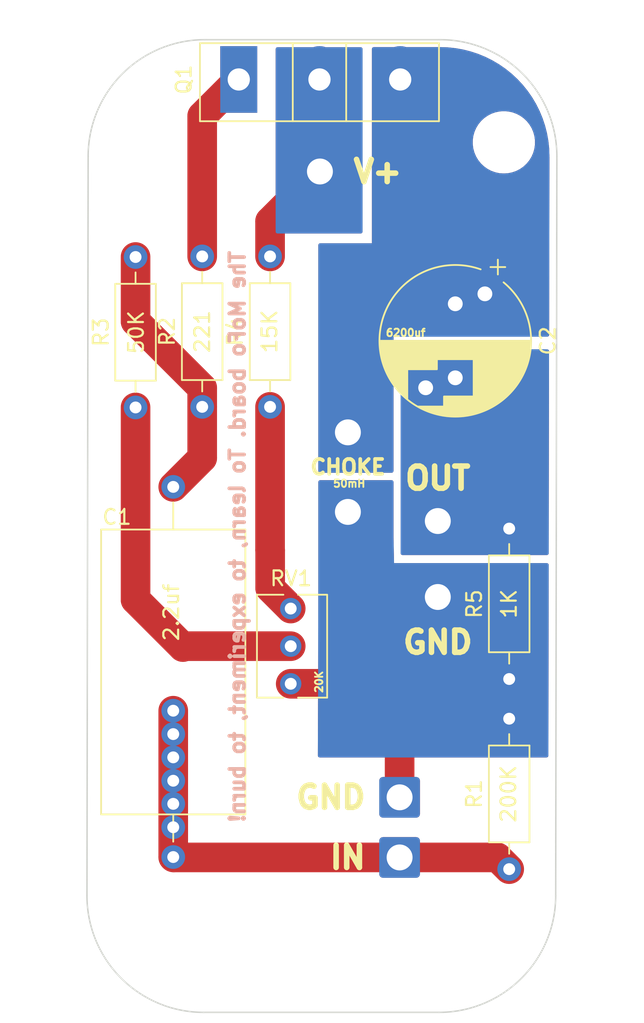
<source format=kicad_pcb>
(kicad_pcb (version 20211014) (generator pcbnew)
  (layers (0 "F.Cu" signal) (31 "B.Cu" signal) (34 "B.Paste" user) (35 "F.Paste" user) (36 "B.SilkS" user "B.Silkscreen") (37 "F.SilkS" user "F.Silkscreen") (38 "B.Mask" user) (39 "F.Mask" user) (44 "Edge.Cuts" user))
  (net 0 "")
  (net 1 "Net-(R1-Pad1)")
  (net 2 "/SGN")
  (net 3 "/INDUCTOR")
  (net 4 "/OUT")
  (net 5 "/V_IN")
  (net 6 "GND")
  (net 7 "Net-(R2-Pad2)")
  (net 8 "/ADJ")
  (net 9 "Net-(R4-Pad1)")
  (footprint "Resistor_THT:R_Axial_DIN0207_L6.3mm_D2.5mm_P10.16mm_Horizontal" (layer "F.Cu") (at 124.850913 74.188196 -90)
    (fp_text reference "R3" (at 5.08 2.34 90) (layer "F.SilkS"))
    (fp_text value "50K" (at 5.08 -0.041778 90) (layer "F.SilkS"))
    (fp_line (start 8.35 1.37) (end 8.35 -1.37) (layer "F.SilkS") (width 0.12))
    (fp_line (start 1.81 1.37) (end 8.35 1.37) (layer "F.SilkS") (width 0.12))
    (fp_line (start 1.81 -1.37) (end 1.81 1.37) (layer "F.SilkS") (width 0.12))
    (fp_line (start 9.12 0) (end 8.35 0) (layer "F.SilkS") (width 0.12))
    (fp_line (start 1.04 0) (end 1.81 0) (layer "F.SilkS") (width 0.12))
    (fp_line (start 8.35 -1.37) (end 1.81 -1.37) (layer "F.SilkS") (width 0.12))
    (pad "1" thru_hole circle locked (at 0 0 270) (size 1.6 1.6) (drill 0.8) (layers *.Cu *.Mask) (net 2 "/SGN"))
    (pad "2" thru_hole oval locked (at 10.16 0 270) (size 1.6 1.6) (drill 0.8) (layers *.Cu *.Mask) (net 8 "/ADJ"))
  )
  (footprint "Connector_Wire:SolderWire-1sqmm_1x01_D1.4mm_OD2.7mm" (layer "F.Cu") (at 139.189159 86.03 90)
    (fp_text reference "50mH" (at -3.46 0.090841 180) (layer "F.SilkS") (effects (font (size 0.5 0.5) (thickness 0.125))))
    (fp_text value "L1")
    (pad "1" thru_hole roundrect locked (at 0 0 90) (size 2.75 2.75) (drill 1.75) (layers *.Cu *.Mask) (roundrect_rratio 0.09090909091) (net 3 "/INDUCTOR"))
  )
  (footprint "" (layer "F.Cu") (at 127.395492 106.41)
    (fp_text reference "" (at 0 0) (layer "F.SilkS") (effects (font (size 1.27 1.27))))
    (fp_text value "" (at 0 0) (layer "F.SilkS") (effects (font (size 1.27 1.27))))
    (pad "1" thru_hole circle locked (at 0 0 90) (size 1.6 1.6) (drill 0.8) (layers *.Cu *.Mask) (net 1 "Net-(R1-Pad1)"))
  )
  (footprint "Resistor_THT:R_Axial_DIN0207_L6.3mm_D2.5mm_P10.16mm_Horizontal" (layer "F.Cu") (at 129.351235 84.308196 90)
    (fp_text reference "R2" (at 5.08 -2.37 90) (layer "F.SilkS"))
    (fp_text value "221" (at 5.08 0.008589 90) (layer "F.SilkS"))
    (fp_line (start 9.12 0) (end 8.35 0) (layer "F.SilkS") (width 0.12))
    (fp_line (start 1.04 0) (end 1.81 0) (layer "F.SilkS") (width 0.12))
    (fp_line (start 8.35 1.37) (end 8.35 -1.37) (layer "F.SilkS") (width 0.12))
    (fp_line (start 1.81 -1.37) (end 1.81 1.37) (layer "F.SilkS") (width 0.12))
    (fp_line (start 8.35 -1.37) (end 1.81 -1.37) (layer "F.SilkS") (width 0.12))
    (fp_line (start 1.81 1.37) (end 8.35 1.37) (layer "F.SilkS") (width 0.12))
    (pad "1" thru_hole circle locked (at 0 0 90) (size 1.6 1.6) (drill 0.8) (layers *.Cu *.Mask) (net 2 "/SGN"))
    (pad "2" thru_hole oval locked (at 10.16 0 90) (size 1.6 1.6) (drill 0.8) (layers *.Cu *.Mask) (net 7 "Net-(R2-Pad2)"))
  )
  (footprint "Connector_Wire:SolderWire-1sqmm_1x01_D1.4mm_OD2.7mm" (layer "F.Cu") (at 142.68 114.74)
    (fp_text reference "IN" (at -3.5 0) (layer "F.SilkS") (effects (font (size 1.5 1.5) (thickness 0.375))))
    (fp_text value "IN")
    (pad "1" thru_hole roundrect locked (at 0 0) (size 2.75 2.75) (drill 1.75) (layers *.Cu *.Mask) (roundrect_rratio 0.09090909091) (net 1 "Net-(R1-Pad1)"))
  )
  (footprint "Package_TO_SOT_THT:TO-247-3_Vertical" (layer "F.Cu") (at 131.82 62.19721)
    (fp_text reference "Q1" (at -3.71 0.00279 90) (layer "F.SilkS"))
    (fp_text value "IRF250/240")
    (fp_line (start 3.646 -2.451) (end 3.646 2.82) (layer "F.SilkS") (width 0.12))
    (fp_line (start -2.62 2.82) (end 13.52 2.82) (layer "F.SilkS") (width 0.12))
    (fp_line (start -2.62 -2.451) (end 13.52 -2.451) (layer "F.SilkS") (width 0.12))
    (fp_line (start 13.52 -2.451) (end 13.52 2.82) (layer "F.SilkS") (width 0.12))
    (fp_line (start 7.255 -2.451) (end 7.255 2.82) (layer "F.SilkS") (width 0.12))
    (fp_line (start -2.62 -2.451) (end -2.62 2.82) (layer "F.SilkS") (width 0.12))
    (pad "1" thru_hole rect locked (at 0 0) (size 2.5 4.5) (drill 1.5) (layers *.Cu *.Mask) (net 7 "Net-(R2-Pad2)"))
    (pad "2" thru_hole oval locked (at 5.45 0) (size 2.5 4.5) (drill 1.5) (layers *.Cu *.Mask) (net 5 "/V_IN"))
    (pad "3" thru_hole oval locked (at 10.9 0) (size 2.5 4.5) (drill 1.5) (layers *.Cu *.Mask) (net 3 "/INDUCTOR"))
  )
  (footprint "" (layer "F.Cu") (at 127.395492 111.12)
    (fp_text reference "" (at 0 0) (layer "F.SilkS") (effects (font (size 1.27 1.27))))
    (fp_text value "" (at 0 0) (layer "F.SilkS") (effects (font (size 1.27 1.27))))
    (pad "1" thru_hole circle locked (at 0 0 90) (size 1.6 1.6) (drill 0.8) (layers *.Cu *.Mask) (net 1 "Net-(R1-Pad1)"))
  )
  (footprint "Connector_Wire:SolderWire-1sqmm_1x01_D1.4mm_OD2.7mm" (layer "F.Cu") (at 139.189159 91.403733 90)
    (fp_text reference "CHOKE" (at 3.023733 0.000841 180) (layer "F.SilkS") (effects (font (thickness 0.25))))
    (fp_text value "IN")
    (pad "1" thru_hole roundrect locked (at 0 0 90) (size 2.75 2.75) (drill 1.75) (layers *.Cu *.Mask) (roundrect_rratio 0.09090909091) (net 6 "GND"))
  )
  (footprint "" (layer "F.Cu") (at 127.395492 107.98)
    (fp_text reference "" (at 0 0) (layer "F.SilkS") (effects (font (size 1.27 1.27))))
    (fp_text value "" (at 0 0) (layer "F.SilkS") (effects (font (size 1.27 1.27))))
    (pad "1" thru_hole circle locked (at 0 0 90) (size 1.6 1.6) (drill 0.8) (layers *.Cu *.Mask) (net 1 "Net-(R1-Pad1)"))
  )
  (footprint "Resistor_THT:R_Axial_DIN0207_L6.3mm_D2.5mm_P10.16mm_Horizontal" (layer "F.Cu") (at 133.933629 84.308196 90)
    (fp_text reference "R4" (at 5.08 -2.37 90) (layer "F.SilkS"))
    (fp_text value "15K" (at 5.09 -0.033893 90) (layer "F.SilkS"))
    (fp_line (start 1.81 -1.37) (end 1.81 1.37) (layer "F.SilkS") (width 0.12))
    (fp_line (start 8.35 -1.37) (end 1.81 -1.37) (layer "F.SilkS") (width 0.12))
    (fp_line (start 8.35 1.37) (end 8.35 -1.37) (layer "F.SilkS") (width 0.12))
    (fp_line (start 1.04 0) (end 1.81 0) (layer "F.SilkS") (width 0.12))
    (fp_line (start 1.81 1.37) (end 8.35 1.37) (layer "F.SilkS") (width 0.12))
    (fp_line (start 9.12 0) (end 8.35 0) (layer "F.SilkS") (width 0.12))
    (pad "1" thru_hole circle locked (at 0 0 90) (size 1.6 1.6) (drill 0.8) (layers *.Cu *.Mask) (net 9 "Net-(R4-Pad1)"))
    (pad "2" thru_hole oval locked (at 10.16 0 90) (size 1.6 1.6) (drill 0.8) (layers *.Cu *.Mask) (net 5 "/V_IN"))
  )
  (footprint "Potentiometer_THT:Potentiometer_Bourns_3266Y_Vertical" (layer "F.Cu") (at 135.327744 97.931465 90)
    (fp_text reference "RV1" (at 2.033542 0.015 180) (layer "F.SilkS"))
    (fp_text value "20K")
    (fp_line (start -6.015 -2.28) (end -6.015 -0.494) (layer "F.SilkS") (width 0.12))
    (fp_line (start -6.015 2.46) (end 0.935 2.46) (layer "F.SilkS") (width 0.12))
    (fp_line (start 0.935 -2.28) (end 0.935 -0.494) (layer "F.SilkS") (width 0.12))
    (fp_line (start 0.935 0.496) (end 0.935 2.46) (layer "F.SilkS") (width 0.12))
    (fp_line (start -6.015 0.496) (end -6.015 2.46) (layer "F.SilkS") (width 0.12))
    (fp_line (start -6.015 -2.28) (end 0.935 -2.28) (layer "F.SilkS") (width 0.12))
    (pad "1" thru_hole circle locked (at 0 0 90) (size 1.44 1.44) (drill 0.8) (layers *.Cu *.Mask) (net 9 "Net-(R4-Pad1)"))
    (pad "2" thru_hole circle locked (at -2.54 0 90) (size 1.44 1.44) (drill 0.8) (layers *.Cu *.Mask) (net 8 "/ADJ"))
    (pad "3" thru_hole circle locked (at -5.08 0 90) (size 1.44 1.44) (drill 0.8) (layers *.Cu *.Mask) (net 6 "GND"))
  )
  (footprint "Resistor_THT:R_Axial_DIN0207_L6.3mm_D2.5mm_P10.16mm_Horizontal" (layer "F.Cu") (at 150.08 92.53 -90)
    (fp_text reference "R5" (at 5.09 2.356315 90) (layer "F.SilkS"))
    (fp_text value "1K" (at 5.08 0.012616 90) (layer "F.SilkS"))
    (fp_line (start 1.81 1.37) (end 8.35 1.37) (layer "F.SilkS") (width 0.12))
    (fp_line (start 1.81 -1.37) (end 1.81 1.37) (layer "F.SilkS") (width 0.12))
    (fp_line (start 9.12 0) (end 8.35 0) (layer "F.SilkS") (width 0.12))
    (fp_line (start 8.35 1.37) (end 8.35 -1.37) (layer "F.SilkS") (width 0.12))
    (fp_line (start 1.04 0) (end 1.81 0) (layer "F.SilkS") (width 0.12))
    (fp_line (start 8.35 -1.37) (end 1.81 -1.37) (layer "F.SilkS") (width 0.12))
    (pad "1" thru_hole circle locked (at 0 0 270) (size 1.6 1.6) (drill 0.8) (layers *.Cu *.Mask) (net 4 "/OUT"))
    (pad "2" thru_hole oval locked (at 10.16 0 270) (size 1.6 1.6) (drill 0.8) (layers *.Cu *.Mask) (net 6 "GND"))
  )
  (footprint "Connector_Wire:SolderWire-1sqmm_1x01_D1.4mm_OD2.7mm" (layer "F.Cu") (at 145.26 97.15)
    (fp_text reference "J3" hide)
    (fp_text value "OUTGND")
    (pad "1" thru_hole roundrect locked (at 0 0) (size 2.75 2.75) (drill 1.75) (layers *.Cu *.Mask) (roundrect_rratio 0.09090909091) (net 6 "GND"))
  )
  (footprint "Capacitor_THT:CP_Radial_D10.0mm_P5.00mm_P7.50mm" (layer "F.Cu") (at 146.44 77.347323 -90)
    (fp_text reference "C2" (at 2.5 -6.25 90) (layer "F.SilkS"))
    (fp_text value "6200uf" (at 1.955946 3.35) (layer "F.SilkS") (effects (font (size 0.5 0.5) (thickness 0.125))))
    (fp_line (start 4.581 -4.639) (end 4.581 -1.241) (layer "F.SilkS") (width 0.12))
    (fp_line (start 5.181 3.24) (end 5.181 4.323) (layer "F.SilkS") (width 0.12))
    (fp_line (start 5.501 3.24) (end 5.501 4.11) (layer "F.SilkS") (width 0.12))
    (fp_line (start 6.181 3.24) (end 6.181 3.52) (layer "F.SilkS") (width 0.12))
    (fp_line (start 5.141 -4.347) (end 5.141 -1.241) (layer "F.SilkS") (width 0.12))
    (fp_line (start 3.14 -5.04) (end 3.14 5.04) (layer "F.SilkS") (width 0.12))
    (fp_line (start 5.061 3.24) (end 5.061 4.395) (layer "F.SilkS") (width 0.12))
    (fp_line (start 4.021 1.241) (end 4.021 4.85) (layer "F.SilkS") (width 0.12))
    (fp_line (start 4.021 -4.85) (end 4.021 -1.241) (layer "F.SilkS") (width 0.12))
    (fp_line (start 5.341 -4.221) (end 5.341 -1.241) (layer "F.SilkS") (width 0.12))
    (fp_line (start 4.981 -4.44) (end 4.981 -1.241) (layer "F.SilkS") (width 0.12))
    (fp_line (start 5.101 3.24) (end 5.101 4.371) (layer "F.SilkS") (width 0.12))
    (fp_line (start 6.181 -3.52) (end 6.181 -1.241) (layer "F.SilkS") (width 0.12))
    (fp_line (start 7.181 -2.037) (end 7.181 2.037) (layer "F.SilkS") (width 0.12))
    (fp_line (start 4.621 -4.621) (end 4.621 -1.241) (layer "F.SilkS") (width 0.12))
    (fp_line (start 5.461 -4.138) (end 5.461 -1.241) (layer "F.SilkS") (width 0.12))
    (fp_line (start 5.381 -4.194) (end 5.381 -1.241) (layer "F.SilkS") (width 0.12))
    (fp_line (start 3.421 -4.997) (end 3.421 4.997) (layer "F.SilkS") (width 0.12))
    (fp_line (start 4.901 -4.483) (end 4.901 -1.241) (layer "F.SilkS") (width 0.12))
    (fp_line (start 6.021 3.24) (end 6.021 3.679) (layer "F.SilkS") (width 0.12))
    (fp_line (start 7.461 -1.23) (end 7.461 1.23) (layer "F.SilkS") (width 0.12))
    (fp_line (start 5.581 -4.05) (end 5.581 -1.241) (layer "F.SilkS") (width 0.12))
    (fp_line (start 4.101 1.241) (end 4.101 4.824) (layer "F.SilkS") (width 0.12))
    (fp_line (start 3.1 -5.045) (end 3.1 5.045) (layer "F.SilkS") (width 0.12))
    (fp_line (start 3.221 -5.03) (end 3.221 5.03) (layer "F.SilkS") (width 0.12))
    (fp_line (start 5.661 -3.989) (end 5.661 -1.241) (layer "F.SilkS") (width 0.12))
    (fp_line (start 3.341 -5.011) (end 3.341 5.011) (layer "F.SilkS") (width 0.12))
    (fp_line (start 4.221 1.241) (end 4.221 4.783) (layer "F.SilkS") (width 0.12))
    (fp_line (start 4.421 1.241) (end 4.421 4.707) (layer "F.SilkS") (width 0.12))
    (fp_line (start 7.341 -1.63) (end 7.341 1.63) (layer "F.SilkS") (width 0.12))
    (fp_line (start 4.501 -4.674) (end 4.501 -1.241) (layer "F.SilkS") (width 0.12))
    (fp_line (start 4.661 -4.603) (end 4.661 -1.241) (layer "F.SilkS") (width 0.12))
    (fp_line (start 4.301 -4.754) (end 4.301 -1.241) (layer "F.SilkS") (width 0.12))
    (fp_line (start 4.061 1.241) (end 4.061 4.837) (layer "F.SilkS") (width 0.12))
    (fp_line (start 5.741 -3.925) (end 5.741 -1.241) (layer "F.SilkS") (width 0.12))
    (fp_line (start 3.501 -4.982) (end 3.501 4.982) (layer "F.SilkS") (width 0.12))
    (fp_line (start 4.701 -4.584) (end 4.701 -1.241) (layer "F.SilkS") (width 0.12))
    (fp_line (start 5.861 -3.824) (end 5.861 -1.241) (layer "F.SilkS") (width 0.12))
    (fp_line (start 5.421 -4.166) (end 5.421 -1.241) (layer "F.SilkS") (width 0.12))
    (fp_line (start 4.821 3.24) (end 4.821 4.525) (layer "F.SilkS") (width 0.12))
    (fp_line (start 5.301 3.24) (end 5.301 4.247) (layer "F.SilkS") (width 0.12))
    (fp_line (start 5.141 3.24) (end 5.141 4.347) (layer "F.SilkS") (width 0.12))
    (fp_line (start 7.421 -1.378) (end 7.421 1.378) (layer "F.SilkS") (width 0.12))
    (fp_line (start 4.941 -4.462) (end 4.941 -1.241) (layer "F.SilkS") (width 0.12))
    (fp_line (start 4.901 3.24) (end 4.901 4.483) (layer "F.SilkS") (width 0.12))
    (fp_line (start 6.741 -2.83) (end 6.741 0.76) (layer "F.SilkS") (width 0.12))
    (fp_line (start 4.141 -4.811) (end 4.141 -1.241) (layer "F.SilkS") (width 0.12))
    (fp_line (start 5.701 3.24) (end 5.701 3.957) (layer "F.SilkS") (width 0.12))
    (fp_line (start 5.821 -3.858) (end 5.821 -1.241) (layer "F.SilkS") (width 0.12))
    (fp_line (start 6.861 -2.645) (end 6.861 0.76) (layer "F.SilkS") (width 0.12))
    (fp_line (start 6.821 -2.709) (end 6.821 0.76) (layer "F.SilkS") (width 0.12))
    (fp_line (start 6.941 -2.51) (end 6.941 2.51) (layer "F.SilkS") (width 0.12))
    (fp_line (start 4.501 3.24) (end 4.501 4.674) (layer "F.SilkS") (width 0.12))
    (fp_line (start 3.621 -4.956) (end 3.621 4.956) (layer "F.SilkS") (width 0.12))
    (fp_line (start 3.861 1.241) (end 3.861 4.897) (layer "F.SilkS") (width 0.12))
    (fp_line (start 6.661 -2.945) (end 6.661 0.76) (layer "F.SilkS") (width 0.12))
    (fp_line (start 4.661 3.24) (end 4.661 4.603) (layer "F.SilkS") (width 0.12))
    (fp_line (start 3.581 -4.965) (end 3.581 4.965) (layer "F.SilkS") (width 0.12))
    (fp_line (start 5.101 -4.371) (end 5.101 -1.241) (layer "F.SilkS") (width 0.12))
    (fp_line (start 5.021 -4.417) (end 5.021 -1.241) (layer "F.SilkS") (width 0.12))
    (fp_line (start 7.581 -0.599) (end 7.581 0.599) (layer "F.SilkS") (width 0.12))
    (fp_line (start 4.861 3.24) (end 4.861 4.504) (layer "F.SilkS") (width 0.12))
    (fp_line (start 3.981 -4.862) (end 3.981 -1.241) (layer "F.SilkS") (width 0.12))
    (fp_line (start 5.861 3.24) (end 5.861 3.824) (layer "F.SilkS") (width 0.12))
    (fp_line (start 4.541 -4.657) (end 4.541 -1.241) (layer "F.SilkS") (width 0.12))
    (fp_line (start 5.181 -4.323) (end 5.181 -1.241) (layer "F.SilkS") (width 0.12))
    (fp_line (start 3.901 -4.885) (end 3.901 -1.241) (layer "F.SilkS") (width 0.12))
    (fp_line (start 2.94 -5.062) (end 2.94 5.062) (layer "F.SilkS") (width 0.12))
    (fp_line (start 4.461 -4.69) (end 4.461 -1.241) (layer "F.SilkS") (width 0.12))
    (fp_line (start 2.54 -5.08) (end 2.54 5.08) (layer "F.SilkS") (width 0.12))
    (fp_line (start 5.781 3.24) (end 5.781 3.892) (layer "F.SilkS") (width 0.12))
    (fp_line (start 4.381 1.241) (end 4.381 4.723) (layer "F.SilkS") (width 0.12))
    (fp_line (start 2.74 -5.075) (end 2.74 5.075) (layer "F.SilkS") (width 0.12))
    (fp_line (start 4.421 -4.707) (end 4.421 -1.241) (layer "F.SilkS") (width 0.12))
    (fp_line (start 5.381 3.24) (end 5.381 4.194) (layer "F.SilkS") (width 0.12))
    (fp_line (start 5.061 -4.395) (end 5.061 -1.241) (layer "F.SilkS") (width 0.12))
    (fp_line (start 3.301 -5.018) (end 3.301 5.018) (layer "F.SilkS") (width 0.12))
    (fp_line (start 7.541 -0.862) (end 7.541 0.862) (layer "F.SilkS") (width 0.12))
    (fp_line (start 4.181 1.241) (end 4.181 4.797) (layer "F.SilkS") (width 0.12))
    (fp_line (start 5.981 -3.716) (end 5.981 -1.241) (layer "F.SilkS") (width 0.12))
    (fp_line (start 6.101 3.24) (end 6.101 3.601) (layer "F.SilkS") (width 0.12))
    (fp_line (start 3.781 1.241) (end 3.781 4.918) (layer "F.SilkS") (width 0.12))
    (fp_line (start 7.221 -1.944) (end 7.221 1.944) (layer "F.SilkS") (width 0.12))
    (fp_line (start 4.981 3.24) (end 4.981 4.44) (layer "F.SilkS") (width 0.12))
    (fp_line (start 4.181 -4.797) (end 4.181 -1.241) (layer "F.SilkS") (width 0.12))
    (fp_line (start 4.101 -4.824) (end 4.101 -1.241) (layer "F.SilkS") (width 0.12))
    (fp_line (start 3.901 1.241) (end 3.901 4.885) (layer "F.SilkS") (width 0.12))
    (fp_line (start 4.741 3.24) (end 4.741 4.564) (layer "F.SilkS") (width 0.12))
    (fp_line (start 5.741 3.24) (end 5.741 3.925) (layer "F.SilkS") (width 0.12))
    (fp_line (start 6.261 3.24) (end 6.261 3.436) (layer "F.SilkS") (width 0.12))
    (fp_line (start 5.261 3.24) (end 5.261 4.273) (layer "F.SilkS") (width 0.12))
    (fp_line (start 5.901 3.24) (end 5.901 3.789) (layer "F.SilkS") (width 0.12))
    (fp_line (start 7.301 -1.742) (end 7.301 1.742) (layer "F.SilkS") (width 0.12))
    (fp_line (start 5.621 3.24) (end 5.621 4.02) (layer "F.SilkS") (width 0.12))
    (fp_line (start 3.821 -4.907) (end 3.821 -1.241) (layer "F.SilkS") (width 0.12))
    (fp_line (start 7.021 -2.365) (end 7.021 2.365) (layer "F.SilkS") (width 0.12))
    (fp_line (start 4.741 -4.564) (end 4.741 -1.241) (layer "F.SilkS") (width 0.12))
    (fp_line (start 7.061 -2.289) (end 7.061 2.289) (layer "F.SilkS") (width 0.12))
    (fp_line (start 5.821 3.24) (end 5.821 3.858) (layer "F.SilkS") (width 0.12))
    (fp_line (start 6.061 3.24) (end 6.061 3.64) (layer "F.SilkS") (width 0.12))
    (fp_line (start 2.7 -5.077) (end 2.7 5.077) (layer "F.SilkS") (width 0.12))
    (fp_line (start 2.5 -5.08) (end 2.5 5.08) (layer "F.SilkS") (width 0.12))
    (fp_line (start 3.941 1.241) (end 3.941 4.874) (layer "F.SilkS") (width 0.12))
    (fp_line (start 6.781 -2.77) (end 6.781 0.76) (layer "F.SilkS") (width 0.12))
    (fp_line (start 7.261 -1.846) (end 7.261 1.846) (layer "F.SilkS") (width 0.12))
    (fp_line (start 6.621 -3) (end 6.621 0.76) (layer "F.SilkS") (width 0.12))
    (fp_line (start 3.381 -5.004) (end 3.381 5.004) (layer "F.SilkS") (width 0.12))
    (fp_line (start 6.381 3.24) (end 6.381 3.301) (layer "F.SilkS") (width 0.12))
    (fp_line (start 4.341 -4.738) (end 4.341 -1.241) (layer "F.SilkS") (width 0.12))
    (fp_line (start 5.901 -3.789) (end 5.901 -1.241) (layer "F.SilkS") (width 0.12))
    (fp_line (start 3.701 -4.938) (end 3.701 4.938) (layer "F.SilkS") (width 0.12))
    (fp_line (start 5.341 3.24) (end 5.341 4.221) (layer "F.SilkS") (width 0.12))
    (fp_line (start 2.66 -5.078) (end 2.66 5.078) (layer "F.SilkS") (width 0.12))
    (fp_line (start 6.461 -3.206) (end 6.461 0.76) (layer "F.SilkS") (width 0.12))
    (fp_line (start 6.341 -3.347) (end 6.341 0.76) (layer "F.SilkS") (width 0.12))
    (fp_line (start 6.061 -3.64) (end 6.061 -1.241) (layer "F.SilkS") (width 0.12))
    (fp_line (start 3.06 -5.05) (end 3.06 5.05) (layer "F.SilkS") (width 0.12))
    (fp_line (start 4.221 -4.783) (end 4.221 -1.241) (layer "F.SilkS") (width 0.12))
    (fp_line (start 2.62 -5.079) (end 2.62 5.079) (layer "F.SilkS") (width 0.12))
    (fp_line (start 6.021 -3.679) (end 6.021 -1.241) (layer "F.SilkS") (width 0.12))
    (fp_line (start 3.781 -4.918) (end 3.781 -1.241) (layer "F.SilkS") (width 0.12))
    (fp_line (start 4.261 1.241) (end 4.261 4.768) (layer "F.SilkS") (width 0.12))
    (fp_line (start 4.301 1.241) (end 4.301 4.754) (layer "F.SilkS") (width 0.12))
    (fp_line (start 3.461 -4.99) (end 3.461 4.99) (layer "F.SilkS") (width 0.12))
    (fp_line (start 4.381 -4.723) (end 4.381 -1.241) (layer "F.SilkS") (width 0.12))
    (fp_line (start 3.941 -4.874) (end 3.941 -1.241) (layer "F.SilkS") (width 0.12))
    (fp_line (start 5.981 3.24) (end 5.981 3.716) (layer "F.SilkS") (width 0.12))
    (fp_line (start 7.501 -1.062) (end 7.501 1.062) (layer "F.SilkS") (width 0.12))
    (fp_line (start 3.861 -4.897) (end 3.861 -1.241) (layer "F.SilkS") (width 0.12))
    (fp_line (start 5.221 3.24) (end 5.221 4.298) (layer "F.SilkS") (width 0.12))
    (fp_line (start 5.541 -4.08) (end 5.541 -1.241) (layer "F.SilkS") (width 0.12))
    (fp_line (start 5.541 3.24) (end 5.541 4.08) (layer "F.SilkS") (width 0.12))
    (fp_line (start 3.661 -4.947) (end 3.661 4.947) (layer "F.SilkS") (width 0.12))
    (fp_line (start 5.461 3.24) (end 5.461 4.138) (layer "F.SilkS") (width 0.12))
    (fp_line (start 6.581 -3.054) (end 6.581 0.76) (layer "F.SilkS") (width 0.12))
    (fp_line (start 4.701 3.24) (end 4.701 4.584) (layer "F.SilkS") (width 0.12))
    (fp_line (start 5.421 3.24) (end 5.421 4.166) (layer "F.SilkS") (width 0.12))
    (fp_line (start 4.461 3.24) (end 4.461 4.69) (layer "F.SilkS") (width 0.12))
    (fp_line (start 5.581 3.24) (end 5.581 4.05) (layer "F.SilkS") (width 0.12))
    (fp_line (start 2.58 -5.08) (end 2.58 5.08) (layer "F.SilkS") (width 0.12))
    (fp_line (start 3.741 -4.928) (end 3.741 4.928) (layer "F.SilkS") (width 0.12))
    (fp_line (start 6.421 3.24) (end 6.421 3.254) (layer "F.SilkS") (width 0.12))
    (fp_line (start 2.82 -5.07) (end 2.82 5.07) (layer "F.SilkS") (width 0.12))
    (fp_line (start 6.301 -3.392) (end 6.301 0.76) (layer "F.SilkS") (width 0.12))
    (fp_line (start 4.781 -4.545) (end 4.781 -1.241) (layer "F.SilkS") (width 0.12))
    (fp_line (start 5.781 -3.892) (end 5.781 -1.241) (layer "F.SilkS") (width 0.12))
    (fp_line (start 7.101 -2.209) (end 7.101 2.209) (layer "F.SilkS") (width 0.12))
    (fp_line (start 6.541 -3.106) (end 6.541 0.76) (layer "F.SilkS") (width 0.12))
    (fp_line (start 6.381 -3.301) (end 6.381 0.76) (layer "F.SilkS") (width 0.12))
    (fp_line (start 5.261 -4.273) (end 5.261 -1.241) (layer "F.SilkS") (width 0.12))
    (fp_line (start 6.701 -2.889) (end 6.701 0.76) (layer "F.SilkS") (width 0.12))
    (fp_line (start 6.301 3.24) (end 6.301 3.392) (layer "F.SilkS") (width 0.12))
    (fp_line (start 4.781 3.24) (end 4.781 4.545) (layer "F.SilkS") (width 0.12))
    (fp_line (start 3.541 -4.974) (end 3.541 4.974) (layer "F.SilkS") (width 0.12))
    (fp_line (start 3.261 -5.024) (end 3.261 5.024) (layer "F.SilkS") (width 0.12))
    (fp_line (start 3.02 -5.054) (end 3.02 5.054) (layer "F.SilkS") (width 0.12))
    (fp_line (start 5.021 3.24) (end 5.021 4.417) (layer "F.SilkS") (width 0.12))
    (fp_line (start 4.621 3.24) (end 4.621 4.621) (layer "F.SilkS") (width 0.12))
    (fp_line (start 4.061 -4.837) (end 4.061 -1.241) (layer "F.SilkS") (width 0.12))
    (fp_line (start 3.18 -5.035) (end 3.18 5.035) (layer "F.SilkS") (width 0.12))
    (fp_line (start 4.941 3.24) (end 4.941 4.462) (layer "F.SilkS") (width 0.12))
    (fp_line (start 4.581 3.24) (end 4.581 4.639) (layer "F.SilkS") (width 0.12))
    (fp_line (start 5.501 -4.11) (end 5.501 -1.241) (layer "F.SilkS") (width 0.12))
    (fp_line (start 2.98 -5.058) (end 2.98 5.058) (layer "F.SilkS") (width 0.12))
    (fp_line (start 5.941 -3.753) (end 5.941 -1.241) (layer "F.SilkS") (width 0.12))
    (fp_line (start 5.221 -4.298) (end 5.221 -1.241) (layer "F.SilkS") (width 0.12))
    (fp_line (start 6.101 -3.601) (end 6.101 -1.241) (layer "F.SilkS") (width 0.12))
    (fp_line (start 5.701 -3.957) (end 5.701 -1.241) (layer "F.SilkS") (width 0.12))
    (fp_line (start 6.341 3.24) (end 6.341 3.347) (layer "F.SilkS") (width 0.12))
    (fp_line (start 7.141 -2.125) (end 7.141 2.125) (layer "F.SilkS") (width 0.12))
    (fp_line (start 4.341 1.241) (end 4.341 4.738) (layer "F.SilkS") (width 0.12))
    (fp_line (start 4.541 3.24) (end 4.541 4.657) (layer "F.SilkS") (width 0.12))
    (fp_line (start 6.981 -2.439) (end 6.981 2.439) (layer "F.SilkS") (width 0.12))
    (fp_line (start 6.421 -3.254) (end 6.421 0.76) (layer "F.SilkS") (width 0.12))
    (fp_line (start 5.621 -4.02) (end 5.621 -1.241) (layer "F.SilkS") (width 0.12))
    (fp_line (start 2.86 -5.068) (end 2.86 5.068) (layer "F.SilkS") (width 0.12))
    (fp_line (start 4.261 -4.768) (end 4.261 -1.241) (layer "F.SilkS") (width 0.12))
    (fp_line (start -2.979646 -2.875) (end -1.979646 -2.875) (layer "F.SilkS") (width 0.12))
    (fp_line (start 4.141 1.241) (end 4.141 4.811) (layer "F.SilkS") (width 0.12))
    (fp_line (start 3.821 1.241) (end 3.821 4.907) (layer "F.SilkS") (width 0.12))
    (fp_line (start 6.141 3.24) (end 6.141 3.561) (layer "F.SilkS") (width 0.12))
    (fp_line (start -2.479646 -3.375) (end -2.479646 -2.375) (layer "F.SilkS") (width 0.12))
    (fp_line (start 5.941 3.24) (end 5.941 3.753) (layer "F.SilkS") (width 0.12))
    (fp_line (start 2.9 -5.065) (end 2.9 5.065) (layer "F.SilkS") (width 0.12))
    (fp_line (start 7.381 -1.51) (end 7.381 1.51) (layer "F.SilkS") (width 0.12))
    (fp_line (start 6.261 -3.436) (end 6.261 0.76) (layer "F.SilkS") (width 0.12))
    (fp_line (start 5.661 3.24) (end 5.661 3.989) (layer "F.SilkS") (width 0.12))
    (fp_line (start 6.221 3.24) (end 6.221 3.478) (layer "F.SilkS") (width 0.12))
    (fp_line (start 6.141 -3.561) (end 6.141 -1.241) (layer "F.SilkS") (width 0.12))
    (fp_line (start 4.821 -4.525) (end 4.821 -1.241) (layer "F.SilkS") (width 0.12))
    (fp_line (start 3.981 1.241) (end 3.981 4.862) (layer "F.SilkS") (width 0.12))
    (fp_line (start 6.901 -2.579) (end 6.901 0.76) (layer "F.SilkS") (width 0.12))
    (fp_line (start 6.501 -3.156) (end 6.501 0.76) (layer "F.SilkS") (width 0.12))
    (fp_line (start 5.301 -4.247) (end 5.301 -1.241) (layer "F.SilkS") (width 0.12))
    (fp_line (start 2.78 -5.073) (end 2.78 5.073) (layer "F.SilkS") (width 0.12))
    (fp_line (start 6.221 -3.478) (end 6.221 -1.241) (layer "F.SilkS") (width 0.12))
    (fp_line (start 4.861 -4.504) (end 4.861 -1.241) (layer "F.SilkS") (width 0.12))
    (fp_arc (start -1.448012 -3.26) (mid 6.954128 2.524906) (end -2.324903 -1.713098) (layer "F.SilkS") (width 0.12))
    (pad "1" thru_hole rect locked (at -0.672144 -2 270) (size 2 2) (drill 1) (layers *.Cu *.Mask) (net 3 "/INDUCTOR"))
    (pad "1" thru_hole rect locked (at 0 0 270) (size 2 2) (drill 1) (layers *.Cu *.Mask) (net 3 "/INDUCTOR"))
    (pad "2" thru_hole circle locked (at 5 0 270) (size 2 2) (drill 1) (layers *.Cu *.Mask) (net 4 "/OUT"))
    (pad "2" thru_hole circle locked (at 5.672144 2 270) (size 2 2) (drill 1) (layers *.Cu *.Mask) (net 4 "/OUT"))
  )
  (footprint "" (layer "F.Cu") (at 127.395492 109.56)
    (fp_text reference "" (at 0 0) (layer "F.SilkS") (effects (font (size 1.27 1.27))))
    (fp_text value "" (at 0 0) (layer "F.SilkS") (effects (font (size 1.27 1.27))))
    (pad "1" thru_hole circle locked (at 0 0 90) (size 1.6 1.6) (drill 0.8) (layers *.Cu *.Mask) (net 1 "Net-(R1-Pad1)"))
  )
  (footprint "Connector_Wire:SolderWire-1sqmm_1x01_D1.4mm_OD2.7mm" (layer "F.Cu") (at 145.26 92.02)
    (fp_text reference "OUT" (at 0 -2.89) (layer "F.SilkS") (effects (font (size 1.5 1.5) (thickness 0.375))))
    (fp_text value "OUT")
    (pad "1" thru_hole roundrect locked (at 0 0) (size 2.75 2.75) (drill 1.75) (layers *.Cu *.Mask) (roundrect_rratio 0.09090909091) (net 4 "/OUT"))
  )
  (footprint "MountingHole:MountingHole_3.2mm_M3" (layer "F.Cu") (at 125.18 66.442768)
    (fp_text reference "REF**" hide)
    (fp_text value "MountingHole_3.2mm_M3")
    (pad "" np_thru_hole circle locked (at 0 0) (size 3.2 3.2) (drill 3.2) (layers *.Cu *.Mask))
  )
  (footprint "MountingHole:MountingHole_3.2mm_M3" (layer "F.Cu") (at 137.55 120.89)
    (fp_text reference "REF**" hide)
    (fp_text value "MountingHole_3.2mm_M3")
    (pad "" np_thru_hole circle locked (at 0 0) (size 3.2 3.2) (drill 3.2) (layers *.Cu *.Mask))
  )
  (footprint "Connector_Wire:SolderWire-1sqmm_1x01_D1.4mm_OD2.7mm" (layer "F.Cu") (at 137.3 68.412164 90)
    (fp_text reference "V+" (at -0.007836 3.9 180) (layer "F.SilkS") (effects (font (size 1.5 1.5) (thickness 0.375))))
    (fp_text value "V")
    (pad "1" thru_hole roundrect locked (at 0 0 90) (size 2.75 2.75) (drill 1.75) (layers *.Cu *.Mask) (roundrect_rratio 0.09090909091) (net 5 "/V_IN"))
  )
  (footprint "MountingHole:MountingHole_3.2mm_M3" (layer "F.Cu") (at 149.72 66.442768)
    (fp_text reference "REF**" hide)
    (fp_text value "MountingHole_3.2mm_M3")
    (pad "" np_thru_hole circle locked (at 0 0) (size 3.2 3.2) (drill 3.2) (layers *.Cu *.Mask))
  )
  (footprint "" (layer "F.Cu") (at 127.395492 104.83)
    (fp_text reference "" (at 0 0) (layer "F.SilkS") (effects (font (size 1.27 1.27))))
    (fp_text value "" (at 0 0) (layer "F.SilkS") (effects (font (size 1.27 1.27))))
    (pad "1" thru_hole circle locked (at 0 0 90) (size 1.6 1.6) (drill 0.8) (layers *.Cu *.Mask) (net 1 "Net-(R1-Pad1)"))
  )
  (footprint "Connector_Wire:SolderWire-1sqmm_1x01_D1.4mm_OD2.7mm" (layer "F.Cu") (at 142.68 110.68)
    (fp_text reference "IN" hide)
    (fp_text value "INGND")
    (pad "1" thru_hole roundrect locked (at 0 0) (size 2.75 2.75) (drill 1.75) (layers *.Cu *.Mask) (roundrect_rratio 0.09090909091) (net 6 "GND"))
  )
  (footprint "Capacitor_THT:C_Axial_L19.0mm_D9.5mm_P25.00mm_Horizontal" (layer "F.Cu") (at 127.395492 114.713542 90)
    (fp_text reference "C1" (at 22.963542 -3.805492 180) (layer "F.SilkS"))
    (fp_text value "2.2uf" (at 16.523741 -0.125069 90) (layer "F.SilkS"))
    (fp_line (start 23.96 0) (end 22.12 0) (layer "F.SilkS") (width 0.12))
    (fp_line (start 2.88 4.87) (end 22.12 4.87) (layer "F.SilkS") (width 0.12))
    (fp_line (start 2.88 -4.87) (end 2.88 4.87) (layer "F.SilkS") (width 0.12))
    (fp_line (start 1.04 0) (end 2.88 0) (layer "F.SilkS") (width 0.12))
    (fp_line (start 22.12 4.87) (end 22.12 -4.87) (layer "F.SilkS") (width 0.12))
    (fp_line (start 22.12 -4.87) (end 2.88 -4.87) (layer "F.SilkS") (width 0.12))
    (pad "1" thru_hole circle locked (at 0 0 90) (size 1.6 1.6) (drill 0.8) (layers *.Cu *.Mask) (net 1 "Net-(R1-Pad1)"))
    (pad "2" thru_hole oval locked (at 25 0 90) (size 1.6 1.6) (drill 0.8) (layers *.Cu *.Mask) (net 2 "/SGN"))
  )
  (footprint "" (layer "F.Cu") (at 127.395492 112.7)
    (fp_text reference "" (at 0 0) (layer "F.SilkS") (effects (font (size 1.27 1.27))))
    (fp_text value "" (at 0 0) (layer "F.SilkS") (effects (font (size 1.27 1.27))))
    (pad "1" thru_hole circle locked (at 0 0 90) (size 1.6 1.6) (drill 0.8) (layers *.Cu *.Mask) (net 1 "Net-(R1-Pad1)"))
  )
  (footprint "Resistor_THT:R_Axial_DIN0207_L6.3mm_D2.5mm_P10.16mm_Horizontal" (layer "F.Cu") (at 150.08 115.53 90)
    (fp_text reference "R1" (at 5.08 -2.37 90) (layer "F.SilkS"))
    (fp_text value "200K" (at 5.08 -0.046241 90) (layer "F.SilkS"))
    (fp_line (start 9.12 0) (end 8.35 0) (layer "F.SilkS") (width 0.12))
    (fp_line (start 8.35 1.37) (end 8.35 -1.37) (layer "F.SilkS") (width 0.12))
    (fp_line (start 1.81 1.37) (end 8.35 1.37) (layer "F.SilkS") (width 0.12))
    (fp_line (start 1.81 -1.37) (end 1.81 1.37) (layer "F.SilkS") (width 0.12))
    (fp_line (start 1.04 0) (end 1.81 0) (layer "F.SilkS") (width 0.12))
    (fp_line (start 8.35 -1.37) (end 1.81 -1.37) (layer "F.SilkS") (width 0.12))
    (pad "1" thru_hole circle locked (at 0 0 90) (size 1.6 1.6) (drill 0.8) (layers *.Cu *.Mask) (net 1 "Net-(R1-Pad1)"))
    (pad "2" thru_hole oval locked (at 10.16 0 90) (size 1.6 1.6) (drill 0.8) (layers *.Cu *.Mask) (net 6 "GND"))
  )
  (gr_line locked (start 129.45 125.203238) (end 145.34 125.203238) (layer "Edge.Cuts") (width 0.1))
  (gr_arc locked (start 121.65 67.39) (mid 123.957999 61.817999) (end 129.53 59.51) (layer "Edge.Cuts") (width 0.1))
  (gr_line (start 153.22 117.323238) (end 153.3 67.39) (layer "Edge.Cuts") (width 0.1))
  (gr_arc locked (start 153.22 117.323238) (mid 150.912001 122.895239) (end 145.34 125.203238) (layer "Edge.Cuts") (width 0.1))
  (gr_line locked (start 129.53 59.51) (end 145.42 59.51) (layer "Edge.Cuts") (width 0.1))
  (gr_line (start 121.65 67.39) (end 121.57 117.323238) (layer "Edge.Cuts") (width 0.1))
  (gr_arc locked (start 129.45 125.203238) (mid 123.877999 122.895239) (end 121.57 117.323238) (layer "Edge.Cuts") (width 0.1))
  (gr_arc locked (start 145.42 59.51) (mid 150.992001 61.817999) (end 153.3 67.39) (layer "Edge.Cuts") (width 0.1))
  (gr_text "The MoFo board. To learn, to experiment, to burn!" (at 131.731829 93.074241 90) (layer "B.SilkS") (effects (font (size 1 1) (thickness 0.25)) (justify mirror)))
  (gr_text "GND\n" (at 138.037142 110.68) (layer "F.SilkS") (effects (font (size 1.5 1.5) (thickness 0.375))))
  (gr_text "GND\n" (at 145.26 100.21) (layer "F.SilkS") (effects (font (size 1.5 1.5) (thickness 0.375))))
  (gr_text "20K" (at 137.24 102.88 90) (layer "F.SilkS") (effects (font (size 0.5 0.5) (thickness 0.125))))
  (segment (start 127.42195 114.74) (end 127.395492 114.713542) (width 2) (layer "F.Cu") (net 1))
  (segment (start 149.29 114.74) (end 150.08 115.53) (width 2) (layer "F.Cu") (net 1))
  (segment locked (start 127.395492 114.713542) (end 127.395492 104.83) (width 2) (layer "F.Cu") (net 1))
  (segment (start 142.68 114.74) (end 149.29 114.74) (width 2) (layer "F.Cu") (net 1))
  (segment (start 142.68 114.74) (end 127.42195 114.74) (width 2) (layer "F.Cu") (net 1))
  (segment (start 129.351235 84.308196) (end 129.351235 83.031235) (width 2) (layer "F.Cu") (net 2))
  (segment (start 129.351235 87.757799) (end 127.395492 89.713542) (width 2) (layer "F.Cu") (net 2))
  (segment (start 129.351235 84.308196) (end 129.351235 87.757799) (width 2) (layer "F.Cu") (net 2))
  (segment (start 124.850913 78.530913) (end 124.850913 74.188196) (width 2) (layer "F.Cu") (net 2))
  (segment (start 129.351235 83.031235) (end 124.850913 78.530913) (width 2) (layer "F.Cu") (net 2))
  (segment (start 142.73 62.20721) (end 142.72 62.19721) (width 2) (layer "F.Cu") (net 3))
  (segment (start 133.933629 71.778535) (end 137.3 68.412164) (width 2) (layer "F.Cu") (net 5))
  (segment (start 133.933629 74.148196) (end 133.933629 71.778535) (width 2) (layer "F.Cu") (net 5))
  (segment (start 135.327744 103.011465) (end 139.188535 103.011465) (width 2) (layer "F.Cu") (net 6))
  (segment (start 142.68 99.73) (end 145.26 97.15) (width 2) (layer "F.Cu") (net 6))
  (segment (start 139.188535 103.011465) (end 142.68 99.52) (width 2) (layer "F.Cu") (net 6))
  (segment (start 142.68 110.68) (end 142.68 99.73) (width 2) (layer "F.Cu") (net 6))
  (segment (start 129.351235 74.148196) (end 129.351235 64.665975) (width 2) (layer "F.Cu") (net 7))
  (segment (start 129.351235 64.665975) (end 131.82 62.19721) (width 2) (layer "F.Cu") (net 7))
  (segment (start 131.86 62.23721) (end 131.82 62.19721) (width 2) (layer "F.Cu") (net 7))
  (segment (start 128.05 100.53) (end 128.108535 100.471465) (width 2) (layer "F.Cu") (net 8))
  (segment (start 128.108535 100.471465) (end 135.327744 100.471465) (width 2) (layer "F.Cu") (net 8))
  (segment (start 124.850913 84.348196) (end 124.850913 97.330913) (width 2) (layer "F.Cu") (net 8))
  (segment (start 124.850913 97.330913) (end 128.05 100.53) (width 2) (layer "F.Cu") (net 8))
  (segment (start 133.933629 93.993629) (end 133.94 94) (width 2) (layer "F.Cu") (net 9))
  (segment (start 133.94 96.543721) (end 133.94 95.53) (width 2) (layer "F.Cu") (net 9))
  (segment (start 133.94 94) (end 133.94 95.53) (width 2) (layer "F.Cu") (net 9))
  (segment (start 133.933629 84.308196) (end 133.933629 93.993629) (width 2) (layer "F.Cu") (net 9))
  (segment (start 135.327744 97.931465) (end 133.94 96.543721) (width 2) (layer "F.Cu") (net 9))
  (zone (net 4) (net_name "/OUT") (layers F&B.Cu) (connect_pads yes (clearance 0.508)) (min_thickness 0.254) (fill yes (thermal_gap 0.508) (thermal_bridge_width 0.508))
    (polygon (pts (xy 154.08 94.32) (xy 142.75 94.32) (xy 142.75 80.42) (xy 154.08 80.42)))
  )
  (zone (net 5) (net_name "/V_IN") (layers F&B.Cu) (connect_pads yes (clearance 0.508)) (min_thickness 0.254) (fill yes (thermal_gap 0.508) (thermal_bridge_width 0.508))
    (polygon (pts (xy 140.18 72.6) (xy 134.31 72.6) (xy 134.31 56.83) (xy 140.18 56.83)))
  )
  (zone (net 3) (net_name "/INDUCTOR") (layers F&B.Cu) (connect_pads yes (clearance 0.5)) (min_thickness 0.254) (fill yes (thermal_gap 0.508) (thermal_bridge_width 0.508))
    (polygon (pts (xy 154.18 79.57) (xy 142.27 79.57) (xy 142.27 88.76) (xy 137.19 88.76) (xy 137.19 73.26) (xy 140.81 73.26) (xy 140.81 59.01) (xy 154.18 59.01)))
  )
  (zone (net 6) (net_name "GND") (layers F&B.Cu) (connect_pads yes (clearance 0.508)) (min_thickness 0.254) (fill yes (thermal_gap 0.508) (thermal_bridge_width 0.508))
    (polygon (pts (xy 142.27 93.15) (xy 142.305044 94.86) (xy 154.25 94.86) (xy 154.25 98.27) (xy 154.25 98.27) (xy 154.25 107.99) (xy 137.16 107.99) (xy 137.18 102.32) (xy 137.19 96.53) (xy 137.19 89.26) (xy 142.27 89.26)))
  )
)
</source>
